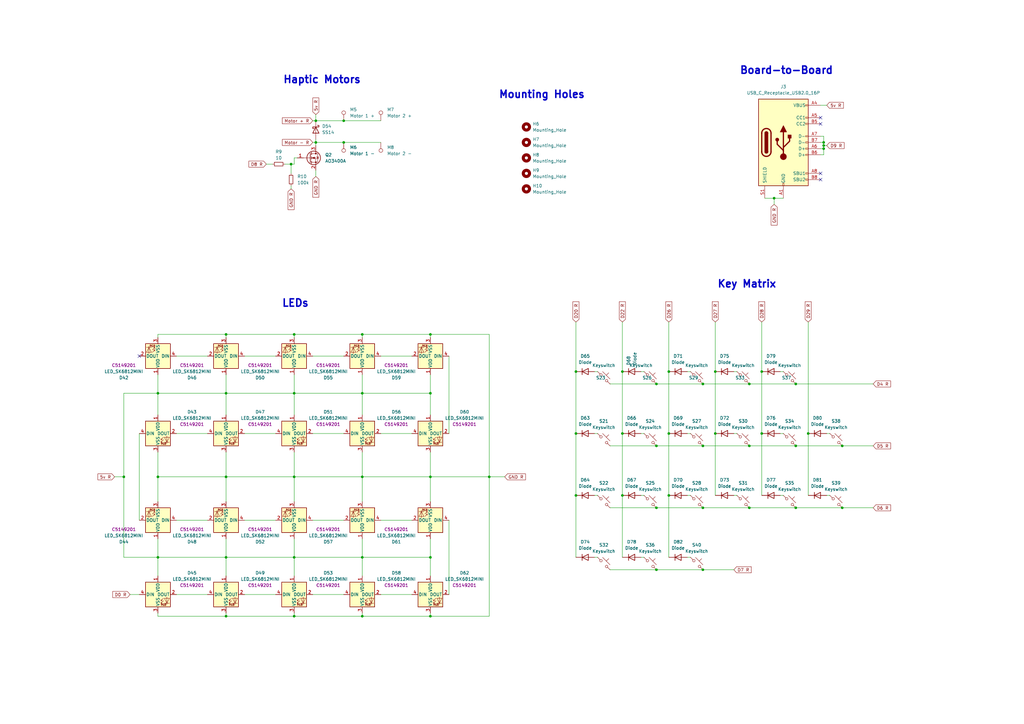
<source format=kicad_sch>
(kicad_sch (version 20250114) (generator "eeschema") (generator_version "9.0")
  (paper "A3")
  (title_block (title "Alpha Centauri") (date "2025-08-17") (rev "v1.0") (company "Jacob Gable"))
  (lib_symbols
    (symbol "Connector:TestPoint" (pin_numbers (hide yes)) (pin_names (offset 0.762) (hide yes))
      (property "Reference" "TP" (at 0 6.858 0))
      (property "Value" "TestPoint" (at 0 5.08 0))
      (symbol "TestPoint_1_1"
        (pin passive line (at 0 0 90) (length 2.54) (name "1") (number "1"))
      )
    )
    (symbol "Connector:USB_C_Receptacle_USB2.0_16P" (pin_names (offset 1.016))
      (property "Reference" "J" (at 0 22.225 0))
      (property "Value" "USB_C_Receptacle_USB2.0_16P" (at 0 19.685 0))
      (symbol "USB_C_Receptacle_USB2.0_16P_1_1"
        (pin passive line (at -7.62 -22.86 90) (length 5.08) (name "SHIELD") (number "S1"))
        (pin passive line (at 0 -22.86 90) (length 5.08) (name "GND") (number "A1"))
        (pin passive line (at 0 -22.86 90) (length 5.08) (hide yes) (name "GND") (number "A12"))
        (pin passive line (at 0 -22.86 90) (length 5.08) (hide yes) (name "GND") (number "B1"))
        (pin passive line (at 0 -22.86 90) (length 5.08) (hide yes) (name "GND") (number "B12"))
        (pin passive line (at 15.24 15.24 180) (length 5.08) (name "VBUS") (number "A4"))
        (pin passive line (at 15.24 15.24 180) (length 5.08) (hide yes) (name "VBUS") (number "A9"))
        (pin passive line (at 15.24 15.24 180) (length 5.08) (hide yes) (name "VBUS") (number "B4"))
        (pin passive line (at 15.24 15.24 180) (length 5.08) (hide yes) (name "VBUS") (number "B9"))
        (pin bidirectional line (at 15.24 10.16 180) (length 5.08) (name "CC1") (number "A5"))
        (pin bidirectional line (at 15.24 7.62 180) (length 5.08) (name "CC2") (number "B5"))
        (pin bidirectional line (at 15.24 2.54 180) (length 5.08) (name "D-") (number "A7"))
        (pin bidirectional line (at 15.24 0 180) (length 5.08) (name "D-") (number "B7"))
        (pin bidirectional line (at 15.24 -2.54 180) (length 5.08) (name "D+") (number "A6"))
        (pin bidirectional line (at 15.24 -5.08 180) (length 5.08) (name "D+") (number "B6"))
        (pin bidirectional line (at 15.24 -12.7 180) (length 5.08) (name "SBU1") (number "A8"))
        (pin bidirectional line (at 15.24 -15.24 180) (length 5.08) (name "SBU2") (number "B8"))
      )
    )
    (symbol "Device:R_Small" (pin_numbers (hide yes)) (pin_names (offset 0.254) (hide yes))
      (property "Reference" "R" (at 0.762 0.508 0))
      (property "Value" "R_Small" (at 0.762 -1.016 0))
      (symbol "R_Small_1_1"
        (pin passive line (at 0 2.54 270) (length 0.762) (name "~") (number "1"))
        (pin passive line (at 0 -2.54 90) (length 0.762) (name "~") (number "2"))
      )
    )
    (symbol "Diode:SS14" (pin_numbers (hide yes)) (pin_names (offset 1.016) (hide yes))
      (property "Reference" "D" (at 0 2.54 0))
      (property "Value" "SS14" (at 0 -2.54 0))
      (symbol "SS14_1_1"
        (pin passive line (at -3.81 0 0) (length 2.54) (name "K") (number "1"))
        (pin passive line (at 3.81 0 180) (length 2.54) (name "A") (number "2"))
      )
    )
    (symbol "ScottoKeebs:LED_SK6812MINI" (pin_names (offset 0.254))
      (property "Reference" "D" (at 2.032 5.588 0))
      (property "Value" "LED_SK6812MINI" (at 1.27 -5.715 0))
      (property "LCSC" "C5149201" (at 0 0 0))
      (symbol "LED_SK6812MINI_0_0"
        (text "RGB" (at 2.286 -4.191 0) (effects (font (size 0.762 0.762))))
      )
      (symbol "LED_SK6812MINI_1_1"
        (pin input line (at -7.62 0 0) (length 2.54) (name "DIN") (number "4"))
        (pin power_in line (at 0 7.62 270) (length 2.54) (name "VDD") (number "1"))
        (pin power_in line (at 0 -7.62 90) (length 2.54) (name "VSS") (number "3"))
        (pin output line (at 7.62 0 180) (length 2.54) (name "DOUT") (number "2"))
      )
    )
    (symbol "ScottoKeebs:Placeholder_Diode" (pin_numbers (hide yes)) (pin_names (hide yes))
      (property "Reference" "D" (at 0 2.54 0))
      (property "Value" "Diode" (at 0 -2.54 0))
      (symbol "Placeholder_Diode_1_1"
        (pin passive line (at -3.81 0 0) (length 2.54) (name "K") (number "1"))
        (pin passive line (at 3.81 0 180) (length 2.54) (name "A") (number "2"))
      )
    )
    (symbol "ScottoKeebs:Placeholder_Keyswitch" (pin_numbers (hide yes)) (pin_names (offset 1.016) (hide yes))
      (property "Reference" "S" (at 3.048 1.016 0))
      (property "Value" "Keyswitch" (at 0 -3.81 0))
      (symbol "Placeholder_Keyswitch_0_1"
        (pin passive line (at -2.54 2.54 0) (length 0) (name "1") (number "1"))
        (pin passive line (at 2.54 -2.54 180) (length 0) (name "2") (number "2"))
      )
    )
    (symbol "ScottoKeebs:Placeholder_Mounting_Hole" (pin_names (offset 1.016))
      (property "Reference" "H" (at 0 5.08 0))
      (property "Value" "Mounting_Hole" (at 0 3.175 0))
    )
    (symbol "Transistor_FET:AO3400A" (pin_names (hide yes))
      (property "Reference" "Q" (at 5.08 1.905 0))
      (property "Value" "AO3400A" (at 5.08 0 0))
      (symbol "AO3400A_1_1"
        (pin input line (at -5.08 0 0) (length 2.54) (name "G") (number "1"))
        (pin passive line (at 2.54 5.08 270) (length 2.54) (name "D") (number "3"))
        (pin passive line (at 2.54 -5.08 90) (length 2.54) (name "S") (number "2"))
      )
    )
  )
  (text "LEDs" (at 121.158 124.46 0) (effects (font (size 3 3) (thickness 0.6) (bold yes))))
  (text "Haptic Motors" (at 132.08 32.766 0) (effects (font (size 3 3) (thickness 0.6) (bold yes))))
  (text "Board-to-Board" (at 322.58 28.956 0) (effects (font (size 3 3) (thickness 0.6) (bold yes))))
  (text "Mounting Holes" (at 222.25 38.862 0) (effects (font (size 3 3) (thickness 0.6) (bold yes))))
  (text "Key Matrix" (at 306.324 116.586 0) (effects (font (size 3 3) (thickness 0.6) (bold yes))))
  (junction (at 288.29 233.68))
  (junction (at 92.71 228.6))
  (junction (at 200.66 195.58))
  (junction (at 307.34 157.48))
  (junction (at 92.71 137.16))
  (junction (at 312.42 177.8))
  (junction (at 337.82 60.96))
  (junction (at 92.71 195.58))
  (junction (at 120.65 137.16))
  (junction (at 274.32 177.8))
  (junction (at 269.24 233.68))
  (junction (at 236.22 152.4))
  (junction (at 92.71 252.73))
  (junction (at 176.53 195.58))
  (junction (at 274.32 203.2))
  (junction (at 326.39 208.28))
  (junction (at 345.44 208.28))
  (junction (at 255.27 177.8))
  (junction (at 148.59 252.73))
  (junction (at 64.77 228.6))
  (junction (at 176.53 228.6))
  (junction (at 337.82 59.69))
  (junction (at 274.32 152.4))
  (junction (at 148.59 161.29))
  (junction (at 148.59 137.16))
  (junction (at 255.27 152.4))
  (junction (at 337.82 58.42))
  (junction (at 331.47 177.8))
  (junction (at 129.54 58.42))
  (junction (at 269.24 182.88))
  (junction (at 148.59 195.58))
  (junction (at 269.24 157.48))
  (junction (at 140.97 49.53))
  (junction (at 176.53 137.16))
  (junction (at 293.37 152.4))
  (junction (at 176.53 161.29))
  (junction (at 236.22 177.8))
  (junction (at 50.8 195.58))
  (junction (at 120.65 195.58))
  (junction (at 326.39 157.48))
  (junction (at 288.29 157.48))
  (junction (at 288.29 208.28))
  (junction (at 326.39 182.88))
  (junction (at 129.54 49.53))
  (junction (at 64.77 161.29))
  (junction (at 92.71 161.29))
  (junction (at 255.27 203.2))
  (junction (at 269.24 208.28))
  (junction (at 140.97 58.42))
  (junction (at 120.65 252.73))
  (junction (at 293.37 177.8))
  (junction (at 64.77 195.58))
  (junction (at 119.38 67.31))
  (junction (at 317.5 81.28))
  (junction (at 236.22 203.2))
  (junction (at 312.42 152.4))
  (junction (at 307.34 182.88))
  (junction (at 120.65 228.6))
  (junction (at 148.59 228.6))
  (junction (at 288.29 182.88))
  (junction (at 120.65 161.29))
  (junction (at 307.34 208.28))
  (junction (at 345.44 182.88))
  (junction (at 176.53 252.73))
  (no_connect (at 336.55 73.66))
  (no_connect (at 336.55 50.8))
  (no_connect (at 336.55 71.12))
  (no_connect (at 336.55 48.26))
  (no_connect (at 57.15 146.05))
  (wire (pts (xy 100.33 177.8) (xy 113.03 177.8)))
  (wire (pts (xy 64.77 228.6) (xy 92.71 228.6)))
  (wire (pts (xy 200.66 195.58) (xy 176.53 195.58)))
  (wire (pts (xy 262.89 203.2) (xy 264.16 203.2)))
  (wire (pts (xy 307.34 182.88) (xy 326.39 182.88)))
  (wire (pts (xy 176.53 161.29) (xy 176.53 170.18)))
  (wire (pts (xy 312.42 152.4) (xy 312.42 177.8)))
  (wire (pts (xy 176.53 252.73) (xy 176.53 251.46)))
  (wire (pts (xy 92.71 161.29) (xy 92.71 170.18)))
  (wire (pts (xy 326.39 182.88) (xy 345.44 182.88)))
  (wire (pts (xy 64.77 220.98) (xy 64.77 228.6)))
  (wire (pts (xy 156.21 146.05) (xy 168.91 146.05)))
  (wire (pts (xy 281.94 203.2) (xy 283.21 203.2)))
  (wire (pts (xy 129.54 58.42) (xy 140.97 58.42)))
  (wire (pts (xy 274.32 203.2) (xy 274.32 228.6)))
  (wire (pts (xy 269.24 208.28) (xy 288.29 208.28)))
  (wire (pts (xy 250.19 157.48) (xy 269.24 157.48)))
  (wire (pts (xy 255.27 152.4) (xy 255.27 177.8)))
  (wire (pts (xy 129.54 49.53) (xy 140.97 49.53)))
  (wire (pts (xy 156.21 177.8) (xy 168.91 177.8)))
  (wire (pts (xy 243.84 228.6) (xy 245.11 228.6)))
  (wire (pts (xy 317.5 81.28) (xy 317.5 83.82)))
  (wire (pts (xy 140.97 49.53) (xy 156.21 49.53)))
  (wire (pts (xy 50.8 195.58) (xy 50.8 161.29)))
  (wire (pts (xy 281.94 152.4) (xy 283.21 152.4)))
  (wire (pts (xy 92.71 220.98) (xy 92.71 228.6)))
  (wire (pts (xy 337.82 63.5) (xy 337.82 60.96)))
  (wire (pts (xy 274.32 152.4) (xy 274.32 177.8)))
  (wire (pts (xy 109.22 67.31) (xy 111.76 67.31)))
  (wire (pts (xy 312.42 177.8) (xy 312.42 203.2)))
  (wire (pts (xy 337.82 55.88) (xy 337.82 58.42)))
  (wire (pts (xy 184.15 213.36) (xy 184.15 243.84)))
  (wire (pts (xy 120.65 252.73) (xy 120.65 251.46)))
  (wire (pts (xy 129.54 69.85) (xy 129.54 72.39)))
  (wire (pts (xy 336.55 60.96) (xy 337.82 60.96)))
  (wire (pts (xy 92.71 195.58) (xy 120.65 195.58)))
  (wire (pts (xy 200.66 137.16) (xy 176.53 137.16)))
  (wire (pts (xy 120.65 195.58) (xy 120.65 205.74)))
  (wire (pts (xy 92.71 252.73) (xy 92.71 251.46)))
  (wire (pts (xy 120.65 153.67) (xy 120.65 161.29)))
  (wire (pts (xy 243.84 177.8) (xy 245.11 177.8)))
  (wire (pts (xy 317.5 81.28) (xy 321.31 81.28)))
  (wire (pts (xy 148.59 252.73) (xy 148.59 251.46)))
  (wire (pts (xy 331.47 177.8) (xy 331.47 203.2)))
  (wire (pts (xy 64.77 252.73) (xy 92.71 252.73)))
  (wire (pts (xy 92.71 228.6) (xy 92.71 236.22)))
  (wire (pts (xy 336.55 63.5) (xy 337.82 63.5)))
  (wire (pts (xy 119.38 67.31) (xy 119.38 71.12)))
  (wire (pts (xy 345.44 182.88) (xy 358.14 182.88)))
  (wire (pts (xy 336.55 55.88) (xy 337.82 55.88)))
  (wire (pts (xy 72.39 146.05) (xy 85.09 146.05)))
  (wire (pts (xy 92.71 153.67) (xy 92.71 161.29)))
  (wire (pts (xy 307.34 208.28) (xy 326.39 208.28)))
  (wire (pts (xy 148.59 153.67) (xy 148.59 161.29)))
  (wire (pts (xy 320.04 203.2) (xy 321.31 203.2)))
  (wire (pts (xy 313.69 81.28) (xy 317.5 81.28)))
  (wire (pts (xy 274.32 132.08) (xy 274.32 152.4)))
  (wire (pts (xy 236.22 132.08) (xy 236.22 152.4)))
  (wire (pts (xy 129.54 57.15) (xy 129.54 58.42)))
  (wire (pts (xy 92.71 252.73) (xy 120.65 252.73)))
  (wire (pts (xy 156.21 213.36) (xy 168.91 213.36)))
  (wire (pts (xy 64.77 252.73) (xy 64.77 251.46)))
  (wire (pts (xy 331.47 132.08) (xy 331.47 177.8)))
  (wire (pts (xy 345.44 208.28) (xy 358.14 208.28)))
  (wire (pts (xy 120.65 137.16) (xy 148.59 137.16)))
  (wire (pts (xy 120.65 161.29) (xy 120.65 170.18)))
  (wire (pts (xy 236.22 177.8) (xy 236.22 203.2)))
  (wire (pts (xy 148.59 252.73) (xy 176.53 252.73)))
  (wire (pts (xy 339.09 177.8) (xy 340.36 177.8)))
  (wire (pts (xy 184.15 146.05) (xy 184.15 177.8)))
  (wire (pts (xy 128.27 243.84) (xy 140.97 243.84)))
  (wire (pts (xy 53.34 243.84) (xy 57.15 243.84)))
  (wire (pts (xy 92.71 137.16) (xy 120.65 137.16)))
  (wire (pts (xy 64.77 185.42) (xy 64.77 195.58)))
  (wire (pts (xy 255.27 177.8) (xy 255.27 203.2)))
  (wire (pts (xy 64.77 228.6) (xy 64.77 236.22)))
  (wire (pts (xy 293.37 132.08) (xy 293.37 152.4)))
  (wire (pts (xy 176.53 195.58) (xy 176.53 205.74)))
  (wire (pts (xy 64.77 161.29) (xy 92.71 161.29)))
  (wire (pts (xy 119.38 67.31) (xy 120.65 67.31)))
  (wire (pts (xy 64.77 195.58) (xy 92.71 195.58)))
  (wire (pts (xy 120.65 228.6) (xy 148.59 228.6)))
  (wire (pts (xy 72.39 177.8) (xy 85.09 177.8)))
  (wire (pts (xy 128.27 146.05) (xy 140.97 146.05)))
  (wire (pts (xy 243.84 203.2) (xy 245.11 203.2)))
  (wire (pts (xy 176.53 153.67) (xy 176.53 161.29)))
  (wire (pts (xy 148.59 195.58) (xy 148.59 205.74)))
  (wire (pts (xy 120.65 161.29) (xy 148.59 161.29)))
  (wire (pts (xy 116.84 67.31) (xy 119.38 67.31)))
  (wire (pts (xy 243.84 152.4) (xy 245.11 152.4)))
  (wire (pts (xy 148.59 161.29) (xy 148.59 170.18)))
  (wire (pts (xy 207.01 195.58) (xy 200.66 195.58)))
  (wire (pts (xy 128.27 58.42) (xy 129.54 58.42)))
  (wire (pts (xy 250.19 208.28) (xy 269.24 208.28)))
  (wire (pts (xy 129.54 58.42) (xy 129.54 59.69)))
  (wire (pts (xy 120.65 185.42) (xy 120.65 195.58)))
  (wire (pts (xy 337.82 60.96) (xy 337.82 59.69)))
  (wire (pts (xy 176.53 185.42) (xy 176.53 195.58)))
  (wire (pts (xy 50.8 161.29) (xy 64.77 161.29)))
  (wire (pts (xy 100.33 243.84) (xy 113.03 243.84)))
  (wire (pts (xy 148.59 185.42) (xy 148.59 195.58)))
  (wire (pts (xy 148.59 195.58) (xy 176.53 195.58)))
  (wire (pts (xy 148.59 228.6) (xy 148.59 236.22)))
  (wire (pts (xy 293.37 152.4) (xy 293.37 177.8)))
  (wire (pts (xy 120.65 228.6) (xy 120.65 236.22)))
  (wire (pts (xy 269.24 182.88) (xy 288.29 182.88)))
  (wire (pts (xy 336.55 58.42) (xy 337.82 58.42)))
  (wire (pts (xy 250.19 233.68) (xy 269.24 233.68)))
  (wire (pts (xy 128.27 177.8) (xy 140.97 177.8)))
  (wire (pts (xy 64.77 137.16) (xy 64.77 138.43)))
  (wire (pts (xy 300.99 177.8) (xy 302.26 177.8)))
  (wire (pts (xy 120.65 137.16) (xy 120.65 138.43)))
  (wire (pts (xy 236.22 152.4) (xy 236.22 177.8)))
  (wire (pts (xy 274.32 177.8) (xy 274.32 203.2)))
  (wire (pts (xy 128.27 213.36) (xy 140.97 213.36)))
  (wire (pts (xy 236.22 203.2) (xy 236.22 228.6)))
  (wire (pts (xy 100.33 146.05) (xy 113.03 146.05)))
  (wire (pts (xy 140.97 58.42) (xy 156.21 58.42)))
  (wire (pts (xy 307.34 157.48) (xy 326.39 157.48)))
  (wire (pts (xy 320.04 177.8) (xy 321.31 177.8)))
  (wire (pts (xy 262.89 228.6) (xy 264.16 228.6)))
  (wire (pts (xy 300.99 203.2) (xy 302.26 203.2)))
  (wire (pts (xy 300.99 152.4) (xy 302.26 152.4)))
  (wire (pts (xy 64.77 153.67) (xy 64.77 161.29)))
  (wire (pts (xy 148.59 137.16) (xy 176.53 137.16)))
  (wire (pts (xy 288.29 157.48) (xy 307.34 157.48)))
  (wire (pts (xy 64.77 161.29) (xy 64.77 170.18)))
  (wire (pts (xy 148.59 220.98) (xy 148.59 228.6)))
  (wire (pts (xy 176.53 252.73) (xy 200.66 252.73)))
  (wire (pts (xy 176.53 137.16) (xy 176.53 138.43)))
  (wire (pts (xy 320.04 152.4) (xy 321.31 152.4)))
  (wire (pts (xy 92.71 228.6) (xy 120.65 228.6)))
  (wire (pts (xy 148.59 161.29) (xy 176.53 161.29)))
  (wire (pts (xy 46.99 195.58) (xy 50.8 195.58)))
  (wire (pts (xy 92.71 161.29) (xy 120.65 161.29)))
  (wire (pts (xy 176.53 220.98) (xy 176.53 228.6)))
  (wire (pts (xy 200.66 252.73) (xy 200.66 195.58)))
  (wire (pts (xy 72.39 243.84) (xy 85.09 243.84)))
  (wire (pts (xy 262.89 152.4) (xy 264.16 152.4)))
  (wire (pts (xy 288.29 182.88) (xy 307.34 182.88)))
  (wire (pts (xy 176.53 228.6) (xy 176.53 236.22)))
  (wire (pts (xy 156.21 243.84) (xy 168.91 243.84)))
  (wire (pts (xy 148.59 137.16) (xy 148.59 138.43)))
  (wire (pts (xy 312.42 132.08) (xy 312.42 152.4)))
  (wire (pts (xy 50.8 228.6) (xy 50.8 195.58)))
  (wire (pts (xy 129.54 46.99) (xy 129.54 49.53)))
  (wire (pts (xy 339.09 43.18) (xy 336.55 43.18)))
  (wire (pts (xy 255.27 132.08) (xy 255.27 152.4)))
  (wire (pts (xy 337.82 59.69) (xy 339.09 59.69)))
  (wire (pts (xy 120.65 220.98) (xy 120.65 228.6)))
  (wire (pts (xy 326.39 157.48) (xy 358.14 157.48)))
  (wire (pts (xy 128.27 49.53) (xy 129.54 49.53)))
  (wire (pts (xy 120.65 252.73) (xy 148.59 252.73)))
  (wire (pts (xy 250.19 182.88) (xy 269.24 182.88)))
  (wire (pts (xy 148.59 228.6) (xy 176.53 228.6)))
  (wire (pts (xy 92.71 195.58) (xy 92.71 205.74)))
  (wire (pts (xy 200.66 195.58) (xy 200.66 137.16)))
  (wire (pts (xy 255.27 203.2) (xy 255.27 228.6)))
  (wire (pts (xy 64.77 228.6) (xy 50.8 228.6)))
  (wire (pts (xy 64.77 137.16) (xy 92.71 137.16)))
  (wire (pts (xy 337.82 58.42) (xy 337.82 59.69)))
  (wire (pts (xy 72.39 213.36) (xy 85.09 213.36)))
  (wire (pts (xy 64.77 195.58) (xy 64.77 205.74)))
  (wire (pts (xy 120.65 67.31) (xy 120.65 64.77)))
  (wire (pts (xy 269.24 233.68) (xy 288.29 233.68)))
  (wire (pts (xy 281.94 177.8) (xy 283.21 177.8)))
  (wire (pts (xy 293.37 177.8) (xy 293.37 203.2)))
  (wire (pts (xy 326.39 208.28) (xy 345.44 208.28)))
  (wire (pts (xy 339.09 203.2) (xy 340.36 203.2)))
  (wire (pts (xy 269.24 157.48) (xy 288.29 157.48)))
  (wire (pts (xy 262.89 177.8) (xy 264.16 177.8)))
  (wire (pts (xy 100.33 213.36) (xy 113.03 213.36)))
  (wire (pts (xy 120.65 195.58) (xy 148.59 195.58)))
  (wire (pts (xy 288.29 233.68) (xy 300.99 233.68)))
  (wire (pts (xy 92.71 185.42) (xy 92.71 195.58)))
  (wire (pts (xy 92.71 137.16) (xy 92.71 138.43)))
  (wire (pts (xy 57.15 177.8) (xy 57.15 213.36)))
  (wire (pts (xy 119.38 76.2) (xy 119.38 77.47)))
  (wire (pts (xy 288.29 208.28) (xy 307.34 208.28)))
  (wire (pts (xy 281.94 228.6) (xy 283.21 228.6)))
  (wire (pts (xy 120.65 64.77) (xy 121.92 64.77)))
  (global_label "5v R" (shape input) (at 46.99 195.58 180) (property "Intersheetrefs" "${INTERSHEET_REFS}" (effects (hide yes))))
  (global_label "D27 R" (shape input) (at 293.37 132.08 90) (property "Intersheetrefs" "${INTERSHEET_REFS}" (effects (hide yes))))
  (global_label "Motor - R" (shape input) (at 128.27 58.42 180) (property "Intersheetrefs" "${INTERSHEET_REFS}" (effects (hide yes))))
  (global_label "GND R" (shape input) (at 317.5 83.82 270) (property "Intersheetrefs" "${INTERSHEET_REFS}" (effects (hide yes))))
  (global_label "D5 R" (shape input) (at 358.14 182.88 0) (property "Intersheetrefs" "${INTERSHEET_REFS}" (effects (hide yes))))
  (global_label "GND R" (shape input) (at 129.54 72.39 270) (property "Intersheetrefs" "${INTERSHEET_REFS}" (effects (hide yes))))
  (global_label "D26 R" (shape input) (at 274.32 132.08 90) (property "Intersheetrefs" "${INTERSHEET_REFS}" (effects (hide yes))))
  (global_label "D0 R" (shape input) (at 53.34 243.84 180) (property "Intersheetrefs" "${INTERSHEET_REFS}" (effects (hide yes))))
  (global_label "GND R" (shape input) (at 207.01 195.58 0) (property "Intersheetrefs" "${INTERSHEET_REFS}" (effects (hide yes))))
  (global_label "D8 R" (shape input) (at 109.22 67.31 180) (property "Intersheetrefs" "${INTERSHEET_REFS}" (effects (hide yes))))
  (global_label "GND R" (shape input) (at 119.38 77.47 270) (property "Intersheetrefs" "${INTERSHEET_REFS}" (effects (hide yes))))
  (global_label "5v R" (shape input) (at 129.54 46.99 90) (property "Intersheetrefs" "${INTERSHEET_REFS}" (effects (hide yes))))
  (global_label "5v R" (shape input) (at 339.09 43.18 0) (property "Intersheetrefs" "${INTERSHEET_REFS}" (effects (hide yes))))
  (global_label "D9 R" (shape input) (at 339.09 59.69 0) (property "Intersheetrefs" "${INTERSHEET_REFS}" (effects (hide yes))))
  (global_label "D22 R" (shape input) (at 255.27 132.08 90) (property "Intersheetrefs" "${INTERSHEET_REFS}" (effects (hide yes))))
  (global_label "D7 R" (shape input) (at 300.99 233.68 0) (property "Intersheetrefs" "${INTERSHEET_REFS}" (effects (hide yes))))
  (global_label "D6 R" (shape input) (at 358.14 208.28 0) (property "Intersheetrefs" "${INTERSHEET_REFS}" (effects (hide yes))))
  (global_label "D4 R" (shape input) (at 358.14 157.48 0) (property "Intersheetrefs" "${INTERSHEET_REFS}" (effects (hide yes))))
  (global_label "Motor + R" (shape input) (at 128.27 49.53 180) (property "Intersheetrefs" "${INTERSHEET_REFS}" (effects (hide yes))))
  (global_label "D28 R" (shape input) (at 312.42 132.08 90) (property "Intersheetrefs" "${INTERSHEET_REFS}" (effects (hide yes))))
  (global_label "D20 R" (shape input) (at 236.22 132.08 90) (property "Intersheetrefs" "${INTERSHEET_REFS}" (effects (hide yes))))
  (global_label "D29 R" (shape input) (at 331.47 132.08 90) (property "Intersheetrefs" "${INTERSHEET_REFS}" (effects (hide yes))))
  (symbol (lib_id "ScottoKeebs:Placeholder_Diode") (at 335.28 203.2 0) (unit 1)
    (property "Reference" "D81" (at 335.28 196.85 0))
    (property "Value" "Diode" (at 335.28 199.39 0))
    (property "Footprint" "ScottoKeebs_Components:Diode_SOD-123" (effects (hide yes)))
    (property "Description" "1N4148 (DO-35) or 1N4148W (SOD-123)" (effects (hide yes)))
    (property "Sim.Device" "D" (effects (hide yes)))
    (property "Sim.Pins" "1=K 2=A" (effects (hide yes)))
  )
  (symbol (lib_id "ScottoKeebs:Placeholder_Keyswitch") (at 247.65 231.14 0) (unit 1)
    (property "Reference" "S32" (at 247.65 223.52 0))
    (property "Value" "Keyswitch" (at 247.65 226.06 0))
    (property "Footprint" "JacobGable:MX_Choc_Hotswap_Hybrid" (effects (hide yes)))
    (property "Description" "Push button switch, normally open, two pins, 45° tilted" (effects (hide yes)))
  )
  (symbol (lib_id "ScottoKeebs:Placeholder_Keyswitch") (at 266.7 180.34 0) (unit 1)
    (property "Reference" "S24" (at 266.7 172.72 0))
    (property "Value" "Keyswitch" (at 266.7 175.26 0))
    (property "Footprint" "JacobGable:MX_Choc_Hotswap_Hybrid" (effects (hide yes)))
    (property "Description" "Push button switch, normally open, two pins, 45° tilted" (effects (hide yes)))
  )
  (symbol (lib_id "ScottoKeebs:Placeholder_Mounting_Hole") (at 215.9 58.42 0) (unit 1)
    (property "Reference" "H7" (at 218.44 57.1499 0) (effects (justify left)))
    (property "Value" "Mounting_Hole" (at 218.44 59.6899 0) (effects (justify left)))
    (property "Footprint" "MountingHole:MountingHole_4.3mm_M4" (effects (hide yes)))
    (property "Description" "Mounting Hole without connection" (effects (hide yes)))
  )
  (symbol (lib_id "ScottoKeebs:LED_SK6812MINI") (at 92.71 243.84 0) (unit 1)
    (property "Reference" "D49" (at 106.68 234.9814 0))
    (property "Value" "LED_SK6812MINI" (at 106.68 237.5214 0))
    (property "Footprint" "ScottoKeebs_Components:LED_SK6812MINI" (effects (hide yes)))
    (property "Datasheet" "https://cdn-shop.adafruit.com/product-files/2686/SK6812MINI_REV.01-1-2.pdf" (effects (hide yes)))
    (property "Description" "RGB LED with integrated controller" (effects (hide yes)))
    (property "LCSC" "C5149201" (at 106.68 240.0614 0))
  )
  (symbol (lib_id "Device:R_Small") (at 119.38 73.66 0) (unit 1)
    (property "Reference" "R10" (at 121.92 72.3899 0) (effects (justify left)))
    (property "Value" "100k" (at 121.92 74.9299 0) (effects (justify left)))
    (property "Footprint" "Resistor_SMD:R_0603_1608Metric" (effects (hide yes)))
    (property "Description" "Resistor, small symbol" (effects (hide yes)))
  )
  (symbol (lib_id "ScottoKeebs:LED_SK6812MINI") (at 148.59 177.8 0) (unit 1)
    (property "Reference" "D56" (at 162.56 168.9414 0))
    (property "Value" "LED_SK6812MINI" (at 162.56 171.4814 0))
    (property "Footprint" "ScottoKeebs_Components:LED_SK6812MINI" (effects (hide yes)))
    (property "Datasheet" "https://cdn-shop.adafruit.com/product-files/2686/SK6812MINI_REV.01-1-2.pdf" (effects (hide yes)))
    (property "Description" "RGB LED with integrated controller" (effects (hide yes)))
    (property "LCSC" "C5149201" (at 162.56 174.0214 0))
  )
  (symbol (lib_id "ScottoKeebs:Placeholder_Diode") (at 278.13 203.2 0) (unit 1)
    (property "Reference" "D70" (at 278.13 196.85 0))
    (property "Value" "Diode" (at 278.13 199.39 0))
    (property "Footprint" "ScottoKeebs_Components:Diode_SOD-123" (effects (hide yes)))
    (property "Description" "1N4148 (DO-35) or 1N4148W (SOD-123)" (effects (hide yes)))
    (property "Sim.Device" "D" (effects (hide yes)))
    (property "Sim.Pins" "1=K 2=A" (effects (hide yes)))
  )
  (symbol (lib_id "Connector:TestPoint") (at 156.21 49.53 0) (unit 1)
    (property "Reference" "M7" (at 158.75 44.9579 0) (effects (justify left)))
    (property "Value" "Motor 2 +" (at 158.75 47.4979 0) (effects (justify left)))
    (property "Footprint" "TestPoint:TestPoint_Pad_2.5x2.5mm" (effects (hide yes)))
    (property "Description" "test point" (effects (hide yes)))
  )
  (symbol (lib_id "ScottoKeebs:LED_SK6812MINI") (at 120.65 177.8 0) (unit 1)
    (property "Reference" "D51" (at 134.62 168.9414 0))
    (property "Value" "LED_SK6812MINI" (at 134.62 171.4814 0))
    (property "Footprint" "ScottoKeebs_Components:LED_SK6812MINI" (effects (hide yes)))
    (property "Datasheet" "https://cdn-shop.adafruit.com/product-files/2686/SK6812MINI_REV.01-1-2.pdf" (effects (hide yes)))
    (property "Description" "RGB LED with integrated controller" (effects (hide yes)))
    (property "LCSC" "C5149201" (at 134.62 174.0214 0))
  )
  (symbol (lib_id "ScottoKeebs:LED_SK6812MINI") (at 176.53 177.8 0) (unit 1)
    (property "Reference" "D60" (at 190.5 168.9414 0))
    (property "Value" "LED_SK6812MINI" (at 190.5 171.4814 0))
    (property "Footprint" "ScottoKeebs_Components:LED_SK6812MINI" (effects (hide yes)))
    (property "Datasheet" "https://cdn-shop.adafruit.com/product-files/2686/SK6812MINI_REV.01-1-2.pdf" (effects (hide yes)))
    (property "Description" "RGB LED with integrated controller" (effects (hide yes)))
    (property "LCSC" "C5149201" (at 190.5 174.0214 0))
  )
  (symbol (lib_id "ScottoKeebs:LED_SK6812MINI") (at 64.77 177.8 0) (unit 1)
    (property "Reference" "D43" (at 78.74 168.9414 0))
    (property "Value" "LED_SK6812MINI" (at 78.74 171.4814 0))
    (property "Footprint" "ScottoKeebs_Components:LED_SK6812MINI" (effects (hide yes)))
    (property "Datasheet" "https://cdn-shop.adafruit.com/product-files/2686/SK6812MINI_REV.01-1-2.pdf" (effects (hide yes)))
    (property "Description" "RGB LED with integrated controller" (effects (hide yes)))
    (property "LCSC" "C5149201" (at 78.74 174.0214 0))
  )
  (symbol (lib_id "ScottoKeebs:Placeholder_Keyswitch") (at 304.8 154.94 0) (unit 1)
    (property "Reference" "S33" (at 303.53 154.94 0))
    (property "Value" "Keyswitch" (at 304.8 149.86 0))
    (property "Footprint" "JacobGable:MX_Choc_Hotswap_Hybrid" (effects (hide yes)))
    (property "Description" "Push button switch, normally open, two pins, 45° tilted" (effects (hide yes)))
  )
  (symbol (lib_id "ScottoKeebs:LED_SK6812MINI") (at 92.71 177.8 0) (unit 1)
    (property "Reference" "D47" (at 106.68 168.9414 0))
    (property "Value" "LED_SK6812MINI" (at 106.68 171.4814 0))
    (property "Footprint" "ScottoKeebs_Components:LED_SK6812MINI" (effects (hide yes)))
    (property "Datasheet" "https://cdn-shop.adafruit.com/product-files/2686/SK6812MINI_REV.01-1-2.pdf" (effects (hide yes)))
    (property "Description" "RGB LED with integrated controller" (effects (hide yes)))
    (property "LCSC" "C5149201" (at 106.68 174.0214 0))
  )
  (symbol (lib_id "Connector:TestPoint") (at 140.97 58.42 180) (unit 1)
    (property "Reference" "M6" (at 143.51 60.4519 0) (effects (justify right)))
    (property "Value" "Motor 1 -" (at 143.51 62.9919 0) (effects (justify right)))
    (property "Footprint" "TestPoint:TestPoint_Pad_2.5x2.5mm" (effects (hide yes)))
    (property "Description" "test point" (effects (hide yes)))
  )
  (symbol (lib_id "ScottoKeebs:Placeholder_Diode") (at 240.03 228.6 0) (unit 1)
    (property "Reference" "D74" (at 240.03 222.25 0))
    (property "Value" "Diode" (at 240.03 224.79 0))
    (property "Footprint" "ScottoKeebs_Components:Diode_SOD-123" (effects (hide yes)))
    (property "Description" "1N4148 (DO-35) or 1N4148W (SOD-123)" (effects (hide yes)))
    (property "Sim.Device" "D" (effects (hide yes)))
    (property "Sim.Pins" "1=K 2=A" (effects (hide yes)))
  )
  (symbol (lib_id "ScottoKeebs:Placeholder_Diode") (at 240.03 152.4 0) (unit 1)
    (property "Reference" "D65" (at 240.03 146.05 0))
    (property "Value" "Diode" (at 240.03 148.59 0))
    (property "Footprint" "ScottoKeebs_Components:Diode_SOD-123" (effects (hide yes)))
    (property "Description" "1N4148 (DO-35) or 1N4148W (SOD-123)" (effects (hide yes)))
    (property "Sim.Device" "D" (effects (hide yes)))
    (property "Sim.Pins" "1=K 2=A" (effects (hide yes)))
  )
  (symbol (lib_id "ScottoKeebs:LED_SK6812MINI") (at 176.53 213.36 180) (unit 1)
    (property "Reference" "D61" (at 162.56 222.2186 0))
    (property "Value" "LED_SK6812MINI" (at 162.56 219.6786 0))
    (property "Footprint" "ScottoKeebs_Components:LED_SK6812MINI" (effects (hide yes)))
    (property "Datasheet" "https://cdn-shop.adafruit.com/product-files/2686/SK6812MINI_REV.01-1-2.pdf" (effects (hide yes)))
    (property "Description" "RGB LED with integrated controller" (effects (hide yes)))
    (property "LCSC" "C5149201" (at 162.56 217.1386 0))
  )
  (symbol (lib_id "ScottoKeebs:Placeholder_Diode") (at 297.18 203.2 0) (unit 1)
    (property "Reference" "D73" (at 297.18 196.85 0))
    (property "Value" "Diode" (at 297.18 199.39 0))
    (property "Footprint" "ScottoKeebs_Components:Diode_SOD-123" (effects (hide yes)))
    (property "Description" "1N4148 (DO-35) or 1N4148W (SOD-123)" (effects (hide yes)))
    (property "Sim.Device" "D" (effects (hide yes)))
    (property "Sim.Pins" "1=K 2=A" (effects (hide yes)))
  )
  (symbol (lib_id "ScottoKeebs:Placeholder_Diode") (at 259.08 228.6 0) (unit 1)
    (property "Reference" "D78" (at 259.08 222.25 0))
    (property "Value" "Diode" (at 259.08 224.79 0))
    (property "Footprint" "ScottoKeebs_Components:Diode_SOD-123" (effects (hide yes)))
    (property "Description" "1N4148 (DO-35) or 1N4148W (SOD-123)" (effects (hide yes)))
    (property "Sim.Device" "D" (effects (hide yes)))
    (property "Sim.Pins" "1=K 2=A" (effects (hide yes)))
  )
  (symbol (lib_id "ScottoKeebs:LED_SK6812MINI") (at 64.77 146.05 180) (unit 1)
    (property "Reference" "D42" (at 50.8 154.9086 0))
    (property "Value" "LED_SK6812MINI" (at 50.8 152.3686 0))
    (property "Footprint" "ScottoKeebs_Components:LED_SK6812MINI" (effects (hide yes)))
    (property "Datasheet" "https://cdn-shop.adafruit.com/product-files/2686/SK6812MINI_REV.01-1-2.pdf" (effects (hide yes)))
    (property "Description" "RGB LED with integrated controller" (effects (hide yes)))
    (property "LCSC" "C5149201" (at 50.8 149.8286 0))
  )
  (symbol (lib_id "ScottoKeebs:Placeholder_Keyswitch") (at 247.65 154.94 0) (unit 1)
    (property "Reference" "S23" (at 246.38 154.94 0))
    (property "Value" "Keyswitch" (at 247.65 149.86 0))
    (property "Footprint" "JacobGable:MX_Choc_Hotswap_Hybrid" (effects (hide yes)))
    (property "Description" "Push button switch, normally open, two pins, 45° tilted" (effects (hide yes)))
  )
  (symbol (lib_id "ScottoKeebs:Placeholder_Keyswitch") (at 342.9 205.74 0) (unit 1)
    (property "Reference" "S39" (at 342.9 198.12 0))
    (property "Value" "Keyswitch" (at 342.9 200.66 0))
    (property "Footprint" "JacobGable:MX_Choc_Hotswap_Hybrid" (effects (hide yes)))
    (property "Description" "Push button switch, normally open, two pins, 45° tilted" (effects (hide yes)))
  )
  (symbol (lib_id "ScottoKeebs:LED_SK6812MINI") (at 148.59 243.84 0) (unit 1)
    (property "Reference" "D58" (at 162.56 234.9814 0))
    (property "Value" "LED_SK6812MINI" (at 162.56 237.5214 0))
    (property "Footprint" "ScottoKeebs_Components:LED_SK6812MINI" (effects (hide yes)))
    (property "Datasheet" "https://cdn-shop.adafruit.com/product-files/2686/SK6812MINI_REV.01-1-2.pdf" (effects (hide yes)))
    (property "Description" "RGB LED with integrated controller" (effects (hide yes)))
    (property "LCSC" "C5149201" (at 162.56 240.0614 0))
  )
  (symbol (lib_id "ScottoKeebs:Placeholder_Keyswitch") (at 285.75 180.34 0) (unit 1)
    (property "Reference" "S27" (at 285.75 172.72 0))
    (property "Value" "Keyswitch" (at 285.75 175.26 0))
    (property "Footprint" "JacobGable:MX_Choc_Hotswap_Hybrid" (effects (hide yes)))
    (property "Description" "Push button switch, normally open, two pins, 45° tilted" (effects (hide yes)))
  )
  (symbol (lib_id "ScottoKeebs:LED_SK6812MINI") (at 92.71 146.05 180) (unit 1)
    (property "Reference" "D46" (at 78.74 154.9086 0))
    (property "Value" "LED_SK6812MINI" (at 78.74 152.3686 0))
    (property "Footprint" "ScottoKeebs_Components:LED_SK6812MINI" (effects (hide yes)))
    (property "Datasheet" "https://cdn-shop.adafruit.com/product-files/2686/SK6812MINI_REV.01-1-2.pdf" (effects (hide yes)))
    (property "Description" "RGB LED with integrated controller" (effects (hide yes)))
    (property "LCSC" "C5149201" (at 78.74 149.8286 0))
  )
  (symbol (lib_id "ScottoKeebs:Placeholder_Mounting_Hole") (at 215.9 71.12 0) (unit 1)
    (property "Reference" "H9" (at 218.44 69.8499 0) (effects (justify left)))
    (property "Value" "Mounting_Hole" (at 218.44 72.3899 0) (effects (justify left)))
    (property "Footprint" "MountingHole:MountingHole_4.3mm_M4" (effects (hide yes)))
    (property "Description" "Mounting Hole without connection" (effects (hide yes)))
  )
  (symbol (lib_id "ScottoKeebs:Placeholder_Diode") (at 240.03 203.2 0) (unit 1)
    (property "Reference" "D64" (at 240.03 196.85 0))
    (property "Value" "Diode" (at 240.03 199.39 0))
    (property "Footprint" "ScottoKeebs_Components:Diode_SOD-123" (effects (hide yes)))
    (property "Description" "1N4148 (DO-35) or 1N4148W (SOD-123)" (effects (hide yes)))
    (property "Sim.Device" "D" (effects (hide yes)))
    (property "Sim.Pins" "1=K 2=A" (effects (hide yes)))
  )
  (symbol (lib_id "ScottoKeebs:Placeholder_Diode") (at 335.28 177.8 0) (unit 1)
    (property "Reference" "D80" (at 335.28 171.45 0))
    (property "Value" "Diode" (at 335.28 173.99 0))
    (property "Footprint" "ScottoKeebs_Components:Diode_SOD-123" (effects (hide yes)))
    (property "Description" "1N4148 (DO-35) or 1N4148W (SOD-123)" (effects (hide yes)))
    (property "Sim.Device" "D" (effects (hide yes)))
    (property "Sim.Pins" "1=K 2=A" (effects (hide yes)))
  )
  (symbol (lib_id "ScottoKeebs:Placeholder_Mounting_Hole") (at 215.9 77.47 0) (unit 1)
    (property "Reference" "H10" (at 218.44 76.1999 0) (effects (justify left)))
    (property "Value" "Mounting_Hole" (at 218.44 78.7399 0) (effects (justify left)))
    (property "Footprint" "MountingHole:MountingHole_4.3mm_M4" (effects (hide yes)))
    (property "Description" "Mounting Hole without connection" (effects (hide yes)))
  )
  (symbol (lib_id "Connector:USB_C_Receptacle_USB2.0_16P") (at 321.31 58.42 0) (unit 1)
    (property "Reference" "J3" (at 321.31 35.56 0))
    (property "Value" "USB_C_Receptacle_USB2.0_16P" (at 321.31 38.1 0))
    (property "Footprint" "Connector_USB:USB_C_Receptacle_HRO_TYPE-C-31-M-12" (effects (hide yes)))
    (property "Datasheet" "https://www.usb.org/sites/default/files/documents/usb_type-c.zip" (effects (hide yes)))
    (property "Description" "USB 2.0-only 16P Type-C Receptacle connector" (effects (hide yes)))
  )
  (symbol (lib_id "ScottoKeebs:Placeholder_Diode") (at 297.18 177.8 0) (unit 1)
    (property "Reference" "D72" (at 297.18 171.45 0))
    (property "Value" "Diode" (at 297.18 173.99 0))
    (property "Footprint" "ScottoKeebs_Components:Diode_SOD-123" (effects (hide yes)))
    (property "Description" "1N4148 (DO-35) or 1N4148W (SOD-123)" (effects (hide yes)))
    (property "Sim.Device" "D" (effects (hide yes)))
    (property "Sim.Pins" "1=K 2=A" (effects (hide yes)))
  )
  (symbol (lib_id "ScottoKeebs:LED_SK6812MINI") (at 120.65 146.05 180) (unit 1)
    (property "Reference" "D50" (at 106.68 154.9086 0))
    (property "Value" "LED_SK6812MINI" (at 106.68 152.3686 0))
    (property "Footprint" "ScottoKeebs_Components:LED_SK6812MINI" (effects (hide yes)))
    (property "Datasheet" "https://cdn-shop.adafruit.com/product-files/2686/SK6812MINI_REV.01-1-2.pdf" (effects (hide yes)))
    (property "Description" "RGB LED with integrated controller" (effects (hide yes)))
    (property "LCSC" "C5149201" (at 106.68 149.8286 0))
  )
  (symbol (lib_id "ScottoKeebs:Placeholder_Diode") (at 240.03 177.8 0) (unit 1)
    (property "Reference" "D63" (at 240.03 171.45 0))
    (property "Value" "Diode" (at 240.03 173.99 0))
    (property "Footprint" "ScottoKeebs_Components:Diode_SOD-123" (effects (hide yes)))
    (property "Description" "1N4148 (DO-35) or 1N4148W (SOD-123)" (effects (hide yes)))
    (property "Sim.Device" "D" (effects (hide yes)))
    (property "Sim.Pins" "1=K 2=A" (effects (hide yes)))
  )
  (symbol (lib_id "ScottoKeebs:LED_SK6812MINI") (at 64.77 213.36 180) (unit 1)
    (property "Reference" "D44" (at 50.8 222.2186 0))
    (property "Value" "LED_SK6812MINI" (at 50.8 219.6786 0))
    (property "Footprint" "ScottoKeebs_Components:LED_SK6812MINI" (effects (hide yes)))
    (property "Datasheet" "https://cdn-shop.adafruit.com/product-files/2686/SK6812MINI_REV.01-1-2.pdf" (effects (hide yes)))
    (property "Description" "RGB LED with integrated controller" (effects (hide yes)))
    (property "LCSC" "C5149201" (at 50.8 217.1386 0))
  )
  (symbol (lib_id "ScottoKeebs:Placeholder_Keyswitch") (at 304.8 180.34 0) (unit 1)
    (property "Reference" "S30" (at 304.8 172.72 0))
    (property "Value" "Keyswitch" (at 304.8 175.26 0))
    (property "Footprint" "JacobGable:MX_Choc_Hotswap_Hybrid" (effects (hide yes)))
    (property "Description" "Push button switch, normally open, two pins, 45° tilted" (effects (hide yes)))
  )
  (symbol (lib_id "ScottoKeebs:Placeholder_Keyswitch") (at 285.75 231.14 0) (unit 1)
    (property "Reference" "S40" (at 285.75 223.52 0))
    (property "Value" "Keyswitch" (at 285.75 226.06 0))
    (property "Footprint" "JacobGable:MX_Choc_Hotswap_Hybrid" (effects (hide yes)))
    (property "Description" "Push button switch, normally open, two pins, 45° tilted" (effects (hide yes)))
  )
  (symbol (lib_id "Transistor_FET:AO3400A") (at 127 64.77 0) (unit 1)
    (property "Reference" "Q2" (at 133.35 63.4999 0) (effects (justify left)))
    (property "Value" "AO3400A" (at 133.35 66.0399 0) (effects (justify left)))
    (property "Footprint" "Package_TO_SOT_SMD:SOT-23" (effects (hide yes)))
    (property "Datasheet" "http://www.aosmd.com/pdfs/datasheet/AO3400A.pdf" (effects (hide yes)))
    (property "Description" "30V Vds, 5.7A Id, N-Channel MOSFET, SOT-23" (effects (hide yes)))
  )
  (symbol (lib_id "ScottoKeebs:LED_SK6812MINI") (at 92.71 213.36 180) (unit 1)
    (property "Reference" "D48" (at 78.74 222.2186 0))
    (property "Value" "LED_SK6812MINI" (at 78.74 219.6786 0))
    (property "Footprint" "ScottoKeebs_Components:LED_SK6812MINI" (effects (hide yes)))
    (property "Datasheet" "https://cdn-shop.adafruit.com/product-files/2686/SK6812MINI_REV.01-1-2.pdf" (effects (hide yes)))
    (property "Description" "RGB LED with integrated controller" (effects (hide yes)))
    (property "LCSC" "C5149201" (at 78.74 217.1386 0))
  )
  (symbol (lib_id "ScottoKeebs:Placeholder_Diode") (at 316.23 152.4 0) (unit 1)
    (property "Reference" "D79" (at 316.23 146.05 0))
    (property "Value" "Diode" (at 316.23 148.59 0))
    (property "Footprint" "ScottoKeebs_Components:Diode_SOD-123" (effects (hide yes)))
    (property "Description" "1N4148 (DO-35) or 1N4148W (SOD-123)" (effects (hide yes)))
    (property "Sim.Device" "D" (effects (hide yes)))
    (property "Sim.Pins" "1=K 2=A" (effects (hide yes)))
  )
  (symbol (lib_id "ScottoKeebs:LED_SK6812MINI") (at 64.77 243.84 0) (unit 1)
    (property "Reference" "D45" (at 78.74 234.9814 0))
    (property "Value" "LED_SK6812MINI" (at 78.74 237.5214 0))
    (property "Footprint" "ScottoKeebs_Components:LED_SK6812MINI" (effects (hide yes)))
    (property "Datasheet" "https://cdn-shop.adafruit.com/product-files/2686/SK6812MINI_REV.01-1-2.pdf" (effects (hide yes)))
    (property "Description" "RGB LED with integrated controller" (effects (hide yes)))
    (property "LCSC" "C5149201" (at 78.74 240.0614 0))
  )
  (symbol (lib_id "ScottoKeebs:Placeholder_Mounting_Hole") (at 215.9 64.77 0) (unit 1)
    (property "Reference" "H8" (at 218.44 63.4999 0) (effects (justify left)))
    (property "Value" "Mounting_Hole" (at 218.44 66.0399 0) (effects (justify left)))
    (property "Footprint" "MountingHole:MountingHole_4.3mm_M4" (effects (hide yes)))
    (property "Description" "Mounting Hole without connection" (effects (hide yes)))
  )
  (symbol (lib_id "ScottoKeebs:Placeholder_Diode") (at 278.13 152.4 0) (unit 1)
    (property "Reference" "D71" (at 278.13 146.05 0))
    (property "Value" "Diode" (at 278.13 148.59 0))
    (property "Footprint" "ScottoKeebs_Components:Diode_SOD-123" (effects (hide yes)))
    (property "Description" "1N4148 (DO-35) or 1N4148W (SOD-123)" (effects (hide yes)))
    (property "Sim.Device" "D" (effects (hide yes)))
    (property "Sim.Pins" "1=K 2=A" (effects (hide yes)))
  )
  (symbol (lib_id "Connector:TestPoint") (at 140.97 49.53 0) (unit 1)
    (property "Reference" "M5" (at 143.51 44.9579 0) (effects (justify left)))
    (property "Value" "Motor 1 +" (at 143.51 47.4979 0) (effects (justify left)))
    (property "Footprint" "TestPoint:TestPoint_Pad_2.5x2.5mm" (effects (hide yes)))
    (property "Description" "test point" (effects (hide yes)))
  )
  (symbol (lib_id "ScottoKeebs:LED_SK6812MINI") (at 148.59 146.05 180) (unit 1)
    (property "Reference" "D55" (at 134.62 154.9086 0))
    (property "Value" "LED_SK6812MINI" (at 134.62 152.3686 0))
    (property "Footprint" "ScottoKeebs_Components:LED_SK6812MINI" (effects (hide yes)))
    (property "Datasheet" "https://cdn-shop.adafruit.com/product-files/2686/SK6812MINI_REV.01-1-2.pdf" (effects (hide yes)))
    (property "Description" "RGB LED with integrated controller" (effects (hide yes)))
    (property "LCSC" "C5149201" (at 134.62 149.8286 0))
  )
  (symbol (lib_id "ScottoKeebs:Placeholder_Diode") (at 316.23 177.8 0) (unit 1)
    (property "Reference" "D76" (at 316.23 171.45 0))
    (property "Value" "Diode" (at 316.23 173.99 0))
    (property "Footprint" "ScottoKeebs_Components:Diode_SOD-123" (effects (hide yes)))
    (property "Description" "1N4148 (DO-35) or 1N4148W (SOD-123)" (effects (hide yes)))
    (property "Sim.Device" "D" (effects (hide yes)))
    (property "Sim.Pins" "1=K 2=A" (effects (hide yes)))
  )
  (symbol (lib_id "ScottoKeebs:Placeholder_Keyswitch") (at 266.7 205.74 0) (unit 1)
    (property "Reference" "S25" (at 266.7 198.12 0))
    (property "Value" "Keyswitch" (at 266.7 200.66 0))
    (property "Footprint" "JacobGable:MX_Choc_Hotswap_Hybrid" (effects (hide yes)))
    (property "Description" "Push button switch, normally open, two pins, 45° tilted" (effects (hide yes)))
  )
  (symbol (lib_id "ScottoKeebs:LED_SK6812MINI") (at 120.65 243.84 0) (unit 1)
    (property "Reference" "D53" (at 134.62 234.9814 0))
    (property "Value" "LED_SK6812MINI" (at 134.62 237.5214 0))
    (property "Footprint" "ScottoKeebs_Components:LED_SK6812MINI" (effects (hide yes)))
    (property "Datasheet" "https://cdn-shop.adafruit.com/product-files/2686/SK6812MINI_REV.01-1-2.pdf" (effects (hide yes)))
    (property "Description" "RGB LED with integrated controller" (effects (hide yes)))
    (property "LCSC" "C5149201" (at 134.62 240.0614 0))
  )
  (symbol (lib_id "ScottoKeebs:Placeholder_Keyswitch") (at 304.8 205.74 0) (unit 1)
    (property "Reference" "S31" (at 304.8 198.12 0))
    (property "Value" "Keyswitch" (at 304.8 200.66 0))
    (property "Footprint" "JacobGable:MX_Choc_Hotswap_Hybrid" (effects (hide yes)))
    (property "Description" "Push button switch, normally open, two pins, 45° tilted" (effects (hide yes)))
  )
  (symbol (lib_id "ScottoKeebs:Placeholder_Keyswitch") (at 342.9 180.34 0) (unit 1)
    (property "Reference" "S38" (at 342.9 172.72 0))
    (property "Value" "Keyswitch" (at 342.9 175.26 0))
    (property "Footprint" "JacobGable:MX_Choc_Hotswap_Hybrid_1.5u" (effects (hide yes)))
    (property "Description" "Push button switch, normally open, two pins, 45° tilted" (effects (hide yes)))
  )
  (symbol (lib_id "ScottoKeebs:Placeholder_Diode") (at 278.13 177.8 0) (unit 1)
    (property "Reference" "D69" (at 278.13 171.45 0))
    (property "Value" "Diode" (at 278.13 173.99 0))
    (property "Footprint" "ScottoKeebs_Components:Diode_SOD-123" (effects (hide yes)))
    (property "Description" "1N4148 (DO-35) or 1N4148W (SOD-123)" (effects (hide yes)))
    (property "Sim.Device" "D" (effects (hide yes)))
    (property "Sim.Pins" "1=K 2=A" (effects (hide yes)))
  )
  (symbol (lib_id "ScottoKeebs:Placeholder_Diode") (at 297.18 152.4 0) (unit 1)
    (property "Reference" "D75" (at 297.18 146.05 0))
    (property "Value" "Diode" (at 297.18 148.59 0))
    (property "Footprint" "ScottoKeebs_Components:Diode_SOD-123" (effects (hide yes)))
    (property "Description" "1N4148 (DO-35) or 1N4148W (SOD-123)" (effects (hide yes)))
    (property "Sim.Device" "D" (effects (hide yes)))
    (property "Sim.Pins" "1=K 2=A" (effects (hide yes)))
  )
  (symbol (lib_id "ScottoKeebs:LED_SK6812MINI") (at 148.59 213.36 180) (unit 1)
    (property "Reference" "D57" (at 134.62 222.2186 0))
    (property "Value" "LED_SK6812MINI" (at 134.62 219.6786 0))
    (property "Footprint" "ScottoKeebs_Components:LED_SK6812MINI" (effects (hide yes)))
    (property "Datasheet" "https://cdn-shop.adafruit.com/product-files/2686/SK6812MINI_REV.01-1-2.pdf" (effects (hide yes)))
    (property "Description" "RGB LED with integrated controller" (effects (hide yes)))
    (property "LCSC" "C5149201" (at 134.62 217.1386 0))
  )
  (symbol (lib_id "ScottoKeebs:Placeholder_Keyswitch") (at 266.7 231.14 0) (unit 1)
    (property "Reference" "S36" (at 266.7 223.52 0))
    (property "Value" "Keyswitch" (at 266.7 226.06 0))
    (property "Footprint" "JacobGable:MX_Choc_Hotswap_Hybrid" (effects (hide yes)))
    (property "Description" "Push button switch, normally open, two pins, 45° tilted" (effects (hide yes)))
  )
  (symbol (lib_id "ScottoKeebs:Placeholder_Diode") (at 259.08 177.8 0) (unit 1)
    (property "Reference" "D66" (at 259.08 171.45 0))
    (property "Value" "Diode" (at 259.08 173.99 0))
    (property "Footprint" "ScottoKeebs_Components:Diode_SOD-123" (effects (hide yes)))
    (property "Description" "1N4148 (DO-35) or 1N4148W (SOD-123)" (effects (hide yes)))
    (property "Sim.Device" "D" (effects (hide yes)))
    (property "Sim.Pins" "1=K 2=A" (effects (hide yes)))
  )
  (symbol (lib_id "ScottoKeebs:Placeholder_Diode") (at 259.08 152.4 0) (unit 1)
    (property "Reference" "D68" (at 257.8099 149.86 90) (effects (justify left)))
    (property "Value" "Diode" (at 260.3499 149.86 90) (effects (justify left)))
    (property "Footprint" "ScottoKeebs_Components:Diode_SOD-123" (effects (hide yes)))
    (property "Description" "1N4148 (DO-35) or 1N4148W (SOD-123)" (effects (hide yes)))
    (property "Sim.Device" "D" (effects (hide yes)))
    (property "Sim.Pins" "1=K 2=A" (effects (hide yes)))
  )
  (symbol (lib_id "ScottoKeebs:Placeholder_Keyswitch") (at 323.85 205.74 0) (unit 1)
    (property "Reference" "S35" (at 323.85 198.12 0))
    (property "Value" "Keyswitch" (at 323.85 200.66 0))
    (property "Footprint" "JacobGable:MX_Choc_Hotswap_Hybrid" (effects (hide yes)))
    (property "Description" "Push button switch, normally open, two pins, 45° tilted" (effects (hide yes)))
  )
  (symbol (lib_id "ScottoKeebs:Placeholder_Diode") (at 259.08 203.2 0) (unit 1)
    (property "Reference" "D67" (at 259.08 196.85 0))
    (property "Value" "Diode" (at 259.08 199.39 0))
    (property "Footprint" "ScottoKeebs_Components:Diode_SOD-123" (effects (hide yes)))
    (property "Description" "1N4148 (DO-35) or 1N4148W (SOD-123)" (effects (hide yes)))
    (property "Sim.Device" "D" (effects (hide yes)))
    (property "Sim.Pins" "1=K 2=A" (effects (hide yes)))
  )
  (symbol (lib_id "Diode:SS14") (at 129.54 53.34 270) (unit 1)
    (property "Reference" "D54" (at 132.08 51.7524 90) (effects (justify left)))
    (property "Value" "SS14" (at 132.08 54.2924 90) (effects (justify left)))
    (property "Footprint" "Diode_SMD:D_SMA" (effects (hide yes)))
    (property "Datasheet" "https://www.vishay.com/docs/88746/ss12.pdf" (effects (hide yes)))
    (property "Description" "40V 1A Schottky Diode, SMA" (effects (hide yes)))
  )
  (symbol (lib_id "ScottoKeebs:Placeholder_Mounting_Hole") (at 215.9 52.07 0) (unit 1)
    (property "Reference" "H6" (at 218.44 50.7999 0) (effects (justify left)))
    (property "Value" "Mounting_Hole" (at 218.44 53.3399 0) (effects (justify left)))
    (property "Footprint" "MountingHole:MountingHole_4.3mm_M4" (effects (hide yes)))
    (property "Description" "Mounting Hole without connection" (effects (hide yes)))
  )
  (symbol (lib_id "Device:R_Small") (at 114.3 67.31 90) (unit 1)
    (property "Reference" "R9" (at 114.3 62.23 90))
    (property "Value" "10" (at 114.3 64.77 90))
    (property "Footprint" "Resistor_SMD:R_0603_1608Metric" (effects (hide yes)))
    (property "Description" "Resistor, small symbol" (effects (hide yes)))
  )
  (symbol (lib_id "ScottoKeebs:Placeholder_Diode") (at 316.23 203.2 0) (unit 1)
    (property "Reference" "D77" (at 316.23 196.85 0))
    (property "Value" "Diode" (at 316.23 199.39 0))
    (property "Footprint" "ScottoKeebs_Components:Diode_SOD-123" (effects (hide yes)))
    (property "Description" "1N4148 (DO-35) or 1N4148W (SOD-123)" (effects (hide yes)))
    (property "Sim.Device" "D" (effects (hide yes)))
    (property "Sim.Pins" "1=K 2=A" (effects (hide yes)))
  )
  (symbol (lib_id "ScottoKeebs:Placeholder_Diode") (at 278.13 228.6 0) (unit 1)
    (property "Reference" "D82" (at 278.13 222.25 0))
    (property "Value" "Diode" (at 278.13 224.79 0))
    (property "Footprint" "ScottoKeebs_Components:Diode_SOD-123" (effects (hide yes)))
    (property "Description" "1N4148 (DO-35) or 1N4148W (SOD-123)" (effects (hide yes)))
    (property "Sim.Device" "D" (effects (hide yes)))
    (property "Sim.Pins" "1=K 2=A" (effects (hide yes)))
  )
  (symbol (lib_id "ScottoKeebs:Placeholder_Keyswitch") (at 323.85 180.34 0) (unit 1)
    (property "Reference" "S34" (at 323.85 172.72 0))
    (property "Value" "Keyswitch" (at 323.85 175.26 0))
    (property "Footprint" "JacobGable:MX_Choc_Hotswap_Hybrid" (effects (hide yes)))
    (property "Description" "Push button switch, normally open, two pins, 45° tilted" (effects (hide yes)))
  )
  (symbol (lib_id "ScottoKeebs:Placeholder_Keyswitch") (at 266.7 154.94 0) (unit 1)
    (property "Reference" "S26" (at 265.43 154.94 0))
    (property "Value" "Keyswitch" (at 262.89 149.86 0))
    (property "Footprint" "JacobGable:MX_Choc_Hotswap_Hybrid" (effects (hide yes)))
    (property "Description" "Push button switch, normally open, two pins, 45° tilted" (effects (hide yes)))
  )
  (symbol (lib_id "ScottoKeebs:Placeholder_Keyswitch") (at 285.75 205.74 0) (unit 1)
    (property "Reference" "S28" (at 285.75 198.12 0))
    (property "Value" "Keyswitch" (at 285.75 200.66 0))
    (property "Footprint" "JacobGable:MX_Choc_Hotswap_Hybrid" (effects (hide yes)))
    (property "Description" "Push button switch, normally open, two pins, 45° tilted" (effects (hide yes)))
  )
  (symbol (lib_id "ScottoKeebs:LED_SK6812MINI") (at 120.65 213.36 180) (unit 1)
    (property "Reference" "D52" (at 106.68 222.2186 0))
    (property "Value" "LED_SK6812MINI" (at 106.68 219.6786 0))
    (property "Footprint" "ScottoKeebs_Components:LED_SK6812MINI" (effects (hide yes)))
    (property "Datasheet" "https://cdn-shop.adafruit.com/product-files/2686/SK6812MINI_REV.01-1-2.pdf" (effects (hide yes)))
    (property "Description" "RGB LED with integrated controller" (effects (hide yes)))
    (property "LCSC" "C5149201" (at 106.68 217.1386 0))
  )
  (symbol (lib_id "ScottoKeebs:LED_SK6812MINI") (at 176.53 243.84 0) (unit 1)
    (property "Reference" "D62" (at 190.5 234.9814 0))
    (property "Value" "LED_SK6812MINI" (at 190.5 237.5214 0))
    (property "Footprint" "ScottoKeebs_Components:LED_SK6812MINI" (effects (hide yes)))
    (property "Datasheet" "https://cdn-shop.adafruit.com/product-files/2686/SK6812MINI_REV.01-1-2.pdf" (effects (hide yes)))
    (property "Description" "RGB LED with integrated controller" (effects (hide yes)))
    (property "LCSC" "C5149201" (at 190.5 240.0614 0))
  )
  (symbol (lib_id "ScottoKeebs:Placeholder_Keyswitch") (at 247.65 180.34 0) (unit 1)
    (property "Reference" "S21" (at 247.65 172.72 0))
    (property "Value" "Keyswitch" (at 247.65 175.26 0))
    (property "Footprint" "JacobGable:MX_Choc_Hotswap_Hybrid" (effects (hide yes)))
    (property "Description" "Push button switch, normally open, two pins, 45° tilted" (effects (hide yes)))
  )
  (symbol (lib_id "ScottoKeebs:Placeholder_Keyswitch") (at 323.85 154.94 0) (unit 1)
    (property "Reference" "S37" (at 322.58 154.94 0))
    (property "Value" "Keyswitch" (at 323.85 149.86 0))
    (property "Footprint" "JacobGable:MX_Choc_Hotswap_Hybrid" (effects (hide yes)))
    (property "Description" "Push button switch, normally open, two pins, 45° tilted" (effects (hide yes)))
  )
  (symbol (lib_id "ScottoKeebs:Placeholder_Keyswitch") (at 285.75 154.94 0) (unit 1)
    (property "Reference" "S29" (at 284.48 154.94 0))
    (property "Value" "Keyswitch" (at 285.75 149.86 0))
    (property "Footprint" "JacobGable:MX_Choc_Hotswap_Hybrid" (effects (hide yes)))
    (property "Description" "Push button switch, normally open, two pins, 45° tilted" (effects (hide yes)))
  )
  (symbol (lib_id "ScottoKeebs:Placeholder_Keyswitch") (at 247.65 205.74 0) (unit 1)
    (property "Reference" "S22" (at 247.65 198.12 0))
    (property "Value" "Keyswitch" (at 247.65 200.66 0))
    (property "Footprint" "JacobGable:MX_Choc_Hotswap_Hybrid" (effects (hide yes)))
    (property "Description" "Push button switch, normally open, two pins, 45° tilted" (effects (hide yes)))
  )
  (symbol (lib_id "ScottoKeebs:LED_SK6812MINI") (at 176.53 146.05 180) (unit 1)
    (property "Reference" "D59" (at 162.56 154.9086 0))
    (property "Value" "LED_SK6812MINI" (at 162.56 152.3686 0))
    (property "Footprint" "ScottoKeebs_Components:LED_SK6812MINI" (effects (hide yes)))
    (property "Datasheet" "https://cdn-shop.adafruit.com/product-files/2686/SK6812MINI_REV.01-1-2.pdf" (effects (hide yes)))
    (property "Description" "RGB LED with integrated controller" (effects (hide yes)))
    (property "LCSC" "C5149201" (at 162.56 149.8286 0))
  )
  (symbol (lib_id "Connector:TestPoint") (at 156.21 58.42 180) (unit 1)
    (property "Reference" "M8" (at 158.75 60.4519 0) (effects (justify right)))
    (property "Value" "Motor 2 -" (at 158.75 62.9919 0) (effects (justify right)))
    (property "Footprint" "TestPoint:TestPoint_Pad_2.5x2.5mm" (effects (hide yes)))
    (property "Description" "test point" (effects (hide yes)))
  )
)
</source>
